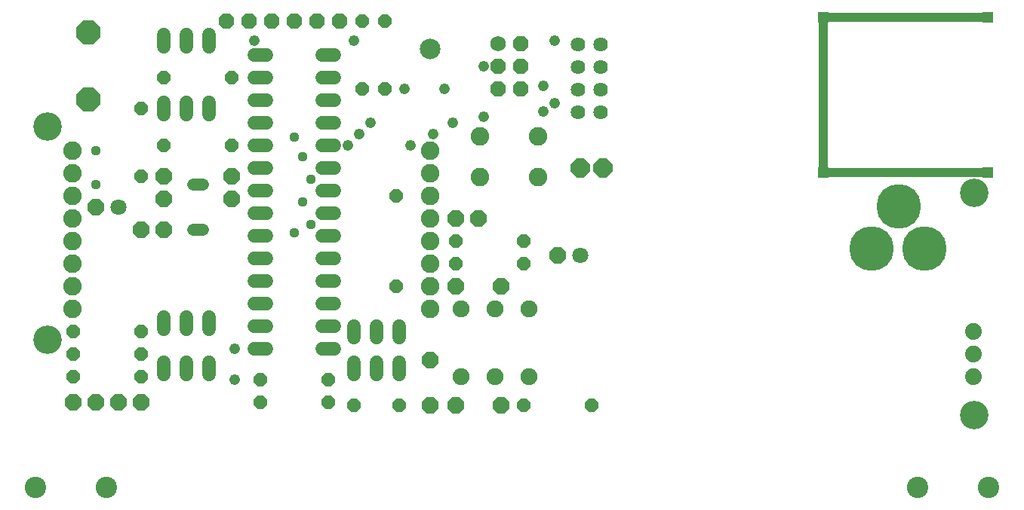
<source format=gts>
G75*
G70*
%OFA0B0*%
%FSLAX24Y24*%
%IPPOS*%
%LPD*%
%AMOC8*
5,1,8,0,0,1.08239X$1,22.5*
%
%ADD10C,0.0520*%
%ADD11OC8,0.0710*%
%ADD12C,0.0600*%
%ADD13OC8,0.0600*%
%ADD14C,0.0749*%
%ADD15OC8,0.1080*%
%ADD16OC8,0.0840*%
%ADD17C,0.0820*%
%ADD18C,0.1970*%
%ADD19OC8,0.0680*%
%ADD20C,0.0640*%
%ADD21R,0.7283X0.0394*%
%ADD22R,0.0394X0.7283*%
%ADD23R,0.0477X0.0477*%
%ADD24C,0.0740*%
%ADD25C,0.0710*%
%ADD26C,0.0946*%
%ADD27C,0.0680*%
%ADD28C,0.0476*%
%ADD29C,0.0437*%
%ADD30C,0.0907*%
%ADD31C,0.1261*%
D10*
X007546Y014034D02*
X007986Y014034D01*
X007986Y016034D02*
X007546Y016034D01*
D11*
X006266Y016409D03*
X006266Y015409D03*
X006266Y014034D03*
X005266Y014034D03*
X003266Y015034D03*
X009266Y015409D03*
X009266Y016409D03*
X019141Y014534D03*
X020141Y014534D03*
X023641Y012909D03*
X021141Y011534D03*
X019141Y011534D03*
X018016Y008284D03*
X018016Y006284D03*
X019141Y006284D03*
X021141Y006284D03*
X005266Y006409D03*
X004266Y006409D03*
X003266Y006409D03*
X002266Y006409D03*
D12*
X006266Y007649D02*
X006266Y008169D01*
X007266Y008169D02*
X007266Y007649D01*
X008266Y007649D02*
X008266Y008169D01*
X010256Y008784D02*
X010776Y008784D01*
X010776Y009784D02*
X010256Y009784D01*
X010256Y010784D02*
X010776Y010784D01*
X010776Y011784D02*
X010256Y011784D01*
X010256Y012784D02*
X010776Y012784D01*
X010776Y013784D02*
X010256Y013784D01*
X010256Y014784D02*
X010776Y014784D01*
X010776Y015784D02*
X010256Y015784D01*
X010256Y016784D02*
X010776Y016784D01*
X010776Y017784D02*
X010256Y017784D01*
X010256Y018784D02*
X010776Y018784D01*
X010776Y019784D02*
X010256Y019784D01*
X010256Y020784D02*
X010776Y020784D01*
X010776Y021784D02*
X010256Y021784D01*
X008266Y022149D02*
X008266Y022669D01*
X007266Y022669D02*
X007266Y022149D01*
X006266Y022149D02*
X006266Y022669D01*
X006266Y019669D02*
X006266Y019149D01*
X007266Y019149D02*
X007266Y019669D01*
X008266Y019669D02*
X008266Y019149D01*
X013256Y018784D02*
X013776Y018784D01*
X013776Y017784D02*
X013256Y017784D01*
X013256Y016784D02*
X013776Y016784D01*
X013776Y015784D02*
X013256Y015784D01*
X013256Y014784D02*
X013776Y014784D01*
X013776Y013784D02*
X013256Y013784D01*
X013256Y012784D02*
X013776Y012784D01*
X013776Y011784D02*
X013256Y011784D01*
X013256Y010784D02*
X013776Y010784D01*
X013776Y009784D02*
X013256Y009784D01*
X014641Y009794D02*
X014641Y009274D01*
X013776Y008784D02*
X013256Y008784D01*
X014641Y008169D02*
X014641Y007649D01*
X015641Y007649D02*
X015641Y008169D01*
X016641Y008169D02*
X016641Y007649D01*
X016641Y009274D02*
X016641Y009794D01*
X015641Y009794D02*
X015641Y009274D01*
X008266Y009649D02*
X008266Y010169D01*
X007266Y010169D02*
X007266Y009649D01*
X006266Y009649D02*
X006266Y010169D01*
X013256Y019784D02*
X013776Y019784D01*
X013776Y020784D02*
X013256Y020784D01*
X013256Y021784D02*
X013776Y021784D01*
D13*
X015016Y020284D03*
X016016Y020284D03*
X016016Y023284D03*
X015016Y023284D03*
X009266Y020784D03*
X006266Y020784D03*
X005266Y019409D03*
X006266Y017784D03*
X005266Y016409D03*
X009266Y017784D03*
X016516Y015534D03*
X019141Y013534D03*
X019141Y012534D03*
X016516Y011534D03*
X022141Y012534D03*
X022141Y013534D03*
X013516Y007409D03*
X013516Y006409D03*
X014641Y006284D03*
X016641Y006284D03*
X022141Y006284D03*
X025141Y006284D03*
X010516Y006409D03*
X010516Y007409D03*
X005266Y007534D03*
X005266Y008534D03*
X005266Y009534D03*
X002266Y009534D03*
X002266Y008534D03*
X002266Y007534D03*
D14*
X019391Y007534D03*
X020891Y007534D03*
X022391Y007534D03*
X022391Y010534D03*
X020891Y010534D03*
X019391Y010534D03*
D15*
X002936Y019816D03*
X002936Y022776D03*
D16*
X024641Y016784D03*
X025641Y016784D03*
D17*
X022796Y016394D03*
X020236Y016394D03*
X018016Y016531D03*
X018016Y017531D03*
X020236Y018174D03*
X022796Y018174D03*
X018016Y015531D03*
X018016Y014531D03*
X018016Y013531D03*
X018016Y012531D03*
X018016Y011531D03*
X018016Y010531D03*
X002236Y010531D03*
X002236Y011531D03*
X002236Y012531D03*
X002236Y013531D03*
X002236Y014531D03*
X002236Y015531D03*
X002236Y016531D03*
X002236Y017531D03*
D18*
X037528Y013219D03*
X039851Y013219D03*
X038709Y015070D03*
D19*
X022016Y020284D03*
X021016Y020284D03*
X021016Y021284D03*
X022016Y021284D03*
X022016Y022284D03*
X014016Y023284D03*
X013016Y023284D03*
X012016Y023284D03*
X011016Y023284D03*
X010016Y023284D03*
X009016Y023284D03*
D20*
X024550Y022261D03*
X025550Y022261D03*
X025550Y021261D03*
X024550Y021261D03*
X024550Y020261D03*
X025550Y020261D03*
X025550Y019261D03*
X024550Y019261D03*
D21*
X039217Y016563D03*
X039217Y023453D03*
D22*
X035378Y020008D03*
D23*
X035378Y023453D03*
X042662Y023453D03*
X042662Y016563D03*
X035378Y016563D03*
D24*
X042016Y009534D03*
X042016Y008534D03*
X042016Y007534D03*
D25*
X024641Y012909D03*
X004266Y015034D03*
D26*
X000573Y002657D03*
X003723Y002657D03*
X039549Y002657D03*
X042699Y002657D03*
D27*
X021016Y022284D03*
D28*
X020391Y021284D03*
X018641Y020284D03*
X016891Y020284D03*
X015391Y018784D03*
X014891Y018284D03*
X014391Y017784D03*
X017141Y017784D03*
X018141Y018284D03*
X019016Y018784D03*
X020391Y019034D03*
X023016Y019284D03*
X023516Y019659D03*
X023016Y020409D03*
X023516Y022409D03*
X014641Y022409D03*
X010266Y022409D03*
X009391Y008784D03*
X009391Y007409D03*
D29*
X012016Y013909D03*
X012766Y014284D03*
X012391Y015284D03*
X012766Y016284D03*
X012391Y017284D03*
X012017Y018154D03*
X003266Y017534D03*
X003266Y016034D03*
D30*
X018016Y022034D03*
D31*
X001125Y018629D03*
X001125Y009180D03*
X042070Y005834D03*
X042070Y015676D03*
M02*

</source>
